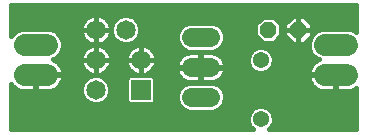
<source format=gbl>
G75*
G70*
%OFA0B0*%
%FSLAX24Y24*%
%IPPOS*%
%LPD*%
%AMOC8*
5,1,8,0,0,1.08239X$1,22.5*
%
%ADD10C,0.0740*%
%ADD11R,0.0650X0.0650*%
%ADD12C,0.0650*%
%ADD13C,0.0540*%
%ADD14OC8,0.0560*%
%ADD15C,0.0640*%
%ADD16C,0.0160*%
D10*
X000811Y002181D02*
X001551Y002181D01*
X001551Y003181D02*
X000811Y003181D01*
X010811Y003181D02*
X011551Y003181D01*
X011551Y002181D02*
X010811Y002181D01*
D11*
X004681Y001681D03*
D12*
X003181Y001681D03*
X003181Y002681D03*
X004681Y002681D03*
X004181Y003681D03*
X003181Y003681D03*
D13*
X008681Y002666D03*
X008681Y000697D03*
D14*
X008931Y003681D03*
X009931Y003681D03*
D15*
X007001Y003431D02*
X006361Y003431D01*
X006361Y002431D02*
X007001Y002431D01*
X007001Y001431D02*
X006361Y001431D01*
D16*
X000361Y001865D02*
X000361Y000361D01*
X008409Y000361D01*
X008317Y000454D01*
X008251Y000612D01*
X008251Y000783D01*
X008317Y000941D01*
X008438Y001062D01*
X008596Y001127D01*
X008767Y001127D01*
X008925Y001062D01*
X009046Y000941D01*
X009111Y000783D01*
X009111Y000612D01*
X009046Y000454D01*
X008954Y000361D01*
X011871Y000361D01*
X011871Y001734D01*
X011840Y001711D01*
X011763Y001672D01*
X011680Y001645D01*
X011595Y001631D01*
X011201Y001631D01*
X011201Y002161D01*
X011161Y002161D01*
X011161Y001631D01*
X010768Y001631D01*
X010683Y001645D01*
X010600Y001672D01*
X010523Y001711D01*
X010453Y001762D01*
X010392Y001823D01*
X010341Y001893D01*
X010302Y001970D01*
X010275Y002053D01*
X010261Y002138D01*
X010261Y002161D01*
X011161Y002161D01*
X011161Y002201D01*
X010261Y002201D01*
X010261Y002225D01*
X010275Y002310D01*
X010302Y002393D01*
X010341Y002470D01*
X010392Y002540D01*
X010453Y002601D01*
X010523Y002652D01*
X010600Y002691D01*
X010606Y002693D01*
X010511Y002732D01*
X010362Y002881D01*
X010281Y003076D01*
X010281Y003287D01*
X010348Y003447D01*
X010122Y003221D01*
X009932Y003221D01*
X009932Y003681D01*
X009932Y003682D01*
X010391Y003682D01*
X010391Y003872D01*
X010122Y004141D01*
X009932Y004141D01*
X009932Y003682D01*
X009931Y003682D01*
X009931Y004141D01*
X009741Y004141D01*
X009471Y003872D01*
X009471Y003682D01*
X009931Y003682D01*
X009931Y003681D01*
X009932Y003681D01*
X010391Y003681D01*
X010391Y003511D01*
X010511Y003631D01*
X010706Y003711D01*
X011657Y003711D01*
X011852Y003631D01*
X011871Y003611D01*
X011871Y004497D01*
X000361Y004497D01*
X000361Y003480D01*
X000362Y003482D01*
X000511Y003631D01*
X000706Y003711D01*
X001657Y003711D01*
X001852Y003631D01*
X002001Y003482D01*
X002081Y003287D01*
X002081Y003076D01*
X002001Y002881D01*
X001852Y002732D01*
X001757Y002693D01*
X001763Y002691D01*
X001840Y002652D01*
X001910Y002601D01*
X001971Y002540D01*
X002022Y002470D01*
X002061Y002393D01*
X002088Y002310D01*
X002101Y002225D01*
X002101Y002201D01*
X001202Y002201D01*
X001202Y002161D01*
X002101Y002161D01*
X002101Y002138D01*
X002088Y002053D01*
X002061Y001970D01*
X002022Y001893D01*
X001971Y001823D01*
X001910Y001762D01*
X001840Y001711D01*
X001763Y001672D01*
X001680Y001645D01*
X001595Y001631D01*
X001201Y001631D01*
X001201Y002161D01*
X001161Y002161D01*
X001161Y001631D01*
X000768Y001631D01*
X000683Y001645D01*
X000600Y001672D01*
X000523Y001711D01*
X000453Y001762D01*
X000392Y001823D01*
X000361Y001865D01*
X000361Y001767D02*
X000448Y001767D01*
X000361Y001608D02*
X002696Y001608D01*
X002696Y001585D02*
X002770Y001407D01*
X002907Y001270D01*
X003085Y001196D01*
X003278Y001196D01*
X003456Y001270D01*
X003593Y001407D01*
X003666Y001585D01*
X003666Y001778D01*
X003593Y001956D01*
X003456Y002093D01*
X003278Y002166D01*
X003085Y002166D01*
X002907Y002093D01*
X002770Y001956D01*
X002696Y001778D01*
X002696Y001585D01*
X002752Y001450D02*
X000361Y001450D01*
X000361Y001291D02*
X002886Y001291D01*
X003477Y001291D02*
X004196Y001291D01*
X004196Y001290D02*
X004290Y001196D01*
X005073Y001196D01*
X005166Y001290D01*
X005166Y002073D01*
X005073Y002166D01*
X004290Y002166D01*
X004196Y002073D01*
X004196Y001290D01*
X004196Y001450D02*
X003610Y001450D01*
X003666Y001608D02*
X004196Y001608D01*
X004196Y001767D02*
X003666Y001767D01*
X003605Y001925D02*
X004196Y001925D01*
X004208Y002084D02*
X003465Y002084D01*
X003375Y002213D02*
X003300Y002189D01*
X003221Y002176D01*
X003182Y002176D01*
X003182Y002681D01*
X003182Y002682D01*
X003686Y002682D01*
X003686Y002721D01*
X003674Y002800D01*
X003649Y002875D01*
X003613Y002946D01*
X003567Y003010D01*
X003510Y003067D01*
X003446Y003113D01*
X003375Y003149D01*
X003300Y003174D01*
X003252Y003181D01*
X003300Y003189D01*
X003375Y003213D01*
X003446Y003249D01*
X003510Y003296D01*
X003567Y003352D01*
X003613Y003417D01*
X003649Y003488D01*
X003674Y003563D01*
X003686Y003642D01*
X003686Y003681D01*
X003182Y003681D01*
X003182Y003682D01*
X003686Y003682D01*
X003686Y003721D01*
X003674Y003800D01*
X003649Y003875D01*
X003613Y003946D01*
X003567Y004010D01*
X003510Y004067D01*
X003446Y004113D01*
X003375Y004149D01*
X003300Y004174D01*
X003221Y004186D01*
X003182Y004186D01*
X003182Y003682D01*
X003181Y003682D01*
X003181Y004186D01*
X003142Y004186D01*
X003063Y004174D01*
X002988Y004149D01*
X002917Y004113D01*
X002852Y004067D01*
X002796Y004010D01*
X002749Y003946D01*
X002713Y003875D01*
X002689Y003800D01*
X002676Y003721D01*
X002676Y003682D01*
X003181Y003682D01*
X003181Y003681D01*
X002676Y003681D01*
X002676Y003642D01*
X002689Y003563D01*
X002713Y003488D01*
X002749Y003417D01*
X002796Y003352D01*
X002054Y003352D01*
X002081Y003194D02*
X003048Y003194D01*
X003063Y003189D02*
X003110Y003181D01*
X003063Y003174D01*
X002988Y003149D01*
X002917Y003113D01*
X002852Y003067D01*
X002796Y003010D01*
X002749Y002946D01*
X002713Y002875D01*
X002689Y002800D01*
X002676Y002721D01*
X002676Y002682D01*
X003181Y002682D01*
X003181Y003186D01*
X003181Y003681D01*
X003182Y003681D01*
X003182Y003186D01*
X003182Y002682D01*
X003181Y002682D01*
X003181Y002681D01*
X003182Y002681D01*
X003686Y002681D01*
X003686Y002642D01*
X003674Y002563D01*
X003649Y002488D01*
X003613Y002417D01*
X003567Y002352D01*
X003510Y002296D01*
X003446Y002249D01*
X003375Y002213D01*
X003432Y002242D02*
X004430Y002242D01*
X004417Y002249D02*
X004488Y002213D01*
X004563Y002189D01*
X004642Y002176D01*
X004681Y002176D01*
X004681Y002681D01*
X004176Y002681D01*
X004176Y002642D01*
X004189Y002563D01*
X004213Y002488D01*
X004249Y002417D01*
X004296Y002352D01*
X004352Y002296D01*
X004417Y002249D01*
X004681Y002242D02*
X004682Y002242D01*
X004682Y002176D02*
X004721Y002176D01*
X004800Y002189D01*
X004875Y002213D01*
X004946Y002249D01*
X005010Y002296D01*
X005067Y002352D01*
X005113Y002417D01*
X005149Y002488D01*
X005174Y002563D01*
X005186Y002642D01*
X005186Y002681D01*
X004682Y002681D01*
X004682Y002682D01*
X004681Y002682D01*
X004681Y003186D01*
X004642Y003186D01*
X004563Y003174D01*
X004488Y003149D01*
X004417Y003113D01*
X004352Y003067D01*
X004296Y003010D01*
X004249Y002946D01*
X004213Y002875D01*
X004189Y002800D01*
X004176Y002721D01*
X004176Y002682D01*
X004681Y002682D01*
X004681Y002681D01*
X004682Y002681D01*
X004682Y002176D01*
X004932Y002242D02*
X005897Y002242D01*
X005898Y002239D02*
X005934Y002169D01*
X005980Y002106D01*
X006036Y002050D01*
X006099Y002004D01*
X006169Y001968D01*
X006244Y001944D01*
X006322Y001931D01*
X006661Y001931D01*
X006661Y002411D01*
X006701Y002411D01*
X006701Y001931D01*
X007041Y001931D01*
X007119Y001944D01*
X007193Y001968D01*
X007263Y002004D01*
X007327Y002050D01*
X007383Y002106D01*
X007429Y002169D01*
X007465Y002239D01*
X007489Y002314D01*
X007501Y002392D01*
X007501Y002411D01*
X006702Y002411D01*
X006702Y002451D01*
X007501Y002451D01*
X007501Y002471D01*
X007489Y002549D01*
X007465Y002623D01*
X007429Y002693D01*
X007383Y002757D01*
X007327Y002813D01*
X007263Y002859D01*
X007193Y002895D01*
X007119Y002919D01*
X007041Y002931D01*
X006701Y002931D01*
X006701Y002452D01*
X006661Y002452D01*
X006661Y002931D01*
X006322Y002931D01*
X006244Y002919D01*
X006169Y002895D01*
X006099Y002859D01*
X006036Y002813D01*
X005980Y002757D01*
X005934Y002693D01*
X005898Y002623D01*
X005874Y002549D01*
X005861Y002471D01*
X005861Y002451D01*
X006661Y002451D01*
X006661Y002411D01*
X005861Y002411D01*
X005861Y002392D01*
X005874Y002314D01*
X005898Y002239D01*
X005861Y002401D02*
X005102Y002401D01*
X005173Y002560D02*
X005877Y002560D01*
X005952Y002718D02*
X005186Y002718D01*
X005186Y002721D02*
X005174Y002800D01*
X005149Y002875D01*
X005113Y002946D01*
X005067Y003010D01*
X005010Y003067D01*
X004946Y003113D01*
X004875Y003149D01*
X004800Y003174D01*
X004721Y003186D01*
X004682Y003186D01*
X004682Y002682D01*
X005186Y002682D01*
X005186Y002721D01*
X005149Y002877D02*
X006134Y002877D01*
X006266Y002951D02*
X007097Y002951D01*
X007273Y003024D01*
X007408Y003159D01*
X007481Y003336D01*
X007481Y003527D01*
X007408Y003703D01*
X007273Y003838D01*
X007097Y003911D01*
X006266Y003911D01*
X006089Y003838D01*
X005954Y003703D01*
X005881Y003527D01*
X005881Y003336D01*
X005954Y003159D01*
X006089Y003024D01*
X006266Y002951D01*
X006079Y003035D02*
X005042Y003035D01*
X004682Y003035D02*
X004681Y003035D01*
X004681Y002877D02*
X004682Y002877D01*
X004321Y003035D02*
X003542Y003035D01*
X003649Y002877D02*
X004214Y002877D01*
X004176Y002718D02*
X003686Y002718D01*
X003673Y002560D02*
X004190Y002560D01*
X004261Y002401D02*
X003602Y002401D01*
X003182Y002401D02*
X003181Y002401D01*
X002917Y002249D02*
X002852Y002296D01*
X002796Y002352D01*
X002749Y002417D01*
X002713Y002488D01*
X002689Y002563D01*
X002676Y002642D01*
X002676Y002681D01*
X003181Y002681D01*
X003181Y002176D01*
X003142Y002176D01*
X003063Y002189D01*
X002988Y002213D01*
X002917Y002249D01*
X002930Y002242D02*
X002099Y002242D01*
X002057Y002401D02*
X002761Y002401D01*
X002690Y002560D02*
X001951Y002560D01*
X001818Y002718D02*
X002676Y002718D01*
X002714Y002877D02*
X001996Y002877D01*
X002064Y003035D02*
X002821Y003035D01*
X002988Y003213D02*
X003063Y003189D01*
X002988Y003213D02*
X002917Y003249D01*
X002852Y003296D01*
X002796Y003352D01*
X003181Y003352D02*
X003182Y003352D01*
X003181Y003194D02*
X003182Y003194D01*
X003315Y003194D02*
X005940Y003194D01*
X005881Y003352D02*
X004538Y003352D01*
X004593Y003407D02*
X004456Y003270D01*
X004278Y003196D01*
X004085Y003196D01*
X003907Y003270D01*
X003770Y003407D01*
X003696Y003585D01*
X003696Y003778D01*
X003770Y003956D01*
X003907Y004093D01*
X004085Y004166D01*
X004278Y004166D01*
X004456Y004093D01*
X004593Y003956D01*
X004666Y003778D01*
X004666Y003585D01*
X004593Y003407D01*
X004636Y003511D02*
X005881Y003511D01*
X005940Y003669D02*
X004666Y003669D01*
X004646Y003828D02*
X006079Y003828D01*
X007284Y003828D02*
X008491Y003828D01*
X008491Y003864D02*
X008491Y003499D01*
X008749Y003241D01*
X009114Y003241D01*
X009371Y003499D01*
X009371Y003864D01*
X009114Y004121D01*
X008749Y004121D01*
X008491Y003864D01*
X008614Y003986D02*
X004562Y003986D01*
X004330Y004145D02*
X011871Y004145D01*
X011871Y004304D02*
X000361Y004304D01*
X000361Y004462D02*
X011871Y004462D01*
X011871Y003986D02*
X010277Y003986D01*
X010391Y003828D02*
X011871Y003828D01*
X011871Y003669D02*
X011758Y003669D01*
X010605Y003669D02*
X010391Y003669D01*
X009932Y003669D02*
X009931Y003669D01*
X009931Y003681D02*
X009931Y003221D01*
X009741Y003221D01*
X009471Y003491D01*
X009471Y003681D01*
X009931Y003681D01*
X009931Y003828D02*
X009932Y003828D01*
X009931Y003986D02*
X009932Y003986D01*
X009586Y003986D02*
X009249Y003986D01*
X009371Y003828D02*
X009471Y003828D01*
X009471Y003669D02*
X009371Y003669D01*
X009371Y003511D02*
X009471Y003511D01*
X009610Y003352D02*
X009224Y003352D01*
X008925Y003030D02*
X008767Y003096D01*
X008596Y003096D01*
X008438Y003030D01*
X008317Y002909D01*
X008251Y002751D01*
X008251Y002580D01*
X008317Y002422D01*
X008438Y002301D01*
X008596Y002236D01*
X008767Y002236D01*
X008925Y002301D01*
X009046Y002422D01*
X009111Y002580D01*
X009111Y002751D01*
X009046Y002909D01*
X008925Y003030D01*
X008913Y003035D02*
X010298Y003035D01*
X010281Y003194D02*
X007422Y003194D01*
X007481Y003352D02*
X008638Y003352D01*
X008491Y003511D02*
X007481Y003511D01*
X007422Y003669D02*
X008491Y003669D01*
X009931Y003511D02*
X009932Y003511D01*
X009931Y003352D02*
X009932Y003352D01*
X010253Y003352D02*
X010309Y003352D01*
X010367Y002877D02*
X009059Y002877D01*
X009111Y002718D02*
X010545Y002718D01*
X010412Y002560D02*
X009103Y002560D01*
X009025Y002401D02*
X010306Y002401D01*
X010264Y002242D02*
X008783Y002242D01*
X008579Y002242D02*
X007466Y002242D01*
X007501Y002401D02*
X008338Y002401D01*
X008260Y002560D02*
X007485Y002560D01*
X007411Y002718D02*
X008251Y002718D01*
X008303Y002877D02*
X007229Y002877D01*
X007284Y003035D02*
X008450Y003035D01*
X006701Y002877D02*
X006661Y002877D01*
X006661Y002718D02*
X006701Y002718D01*
X006701Y002560D02*
X006661Y002560D01*
X006661Y002401D02*
X006701Y002401D01*
X006701Y002242D02*
X006661Y002242D01*
X006661Y002084D02*
X006701Y002084D01*
X007097Y001911D02*
X007273Y001838D01*
X007408Y001703D01*
X007481Y001527D01*
X007481Y001336D01*
X007408Y001159D01*
X007273Y001024D01*
X007097Y000951D01*
X006266Y000951D01*
X006089Y001024D01*
X005954Y001159D01*
X005881Y001336D01*
X005881Y001527D01*
X005954Y001703D01*
X006089Y001838D01*
X006266Y001911D01*
X007097Y001911D01*
X007345Y001767D02*
X010448Y001767D01*
X010325Y001925D02*
X005166Y001925D01*
X005166Y001767D02*
X006018Y001767D01*
X005915Y001608D02*
X005166Y001608D01*
X005166Y001450D02*
X005881Y001450D01*
X005900Y001291D02*
X005166Y001291D01*
X005981Y001133D02*
X000361Y001133D01*
X000361Y000974D02*
X006211Y000974D01*
X007152Y000974D02*
X008350Y000974D01*
X008265Y000816D02*
X000361Y000816D01*
X000361Y000657D02*
X008251Y000657D01*
X008298Y000499D02*
X000361Y000499D01*
X001161Y001767D02*
X001201Y001767D01*
X001201Y001925D02*
X001161Y001925D01*
X001161Y002084D02*
X001201Y002084D01*
X001915Y001767D02*
X002696Y001767D01*
X002758Y001925D02*
X002038Y001925D01*
X002093Y002084D02*
X002898Y002084D01*
X003181Y002242D02*
X003182Y002242D01*
X003181Y002560D02*
X003182Y002560D01*
X003181Y002718D02*
X003182Y002718D01*
X003181Y002877D02*
X003182Y002877D01*
X003181Y003035D02*
X003182Y003035D01*
X003566Y003352D02*
X003825Y003352D01*
X003727Y003511D02*
X003657Y003511D01*
X003686Y003669D02*
X003696Y003669D01*
X003717Y003828D02*
X003665Y003828D01*
X003584Y003986D02*
X003801Y003986D01*
X004033Y004145D02*
X003384Y004145D01*
X003182Y004145D02*
X003181Y004145D01*
X002979Y004145D02*
X000361Y004145D01*
X000361Y003986D02*
X002779Y003986D01*
X002698Y003828D02*
X000361Y003828D01*
X000361Y003669D02*
X000605Y003669D01*
X000391Y003511D02*
X000361Y003511D01*
X001758Y003669D02*
X002676Y003669D01*
X002706Y003511D02*
X001971Y003511D01*
X003181Y003511D02*
X003182Y003511D01*
X003181Y003669D02*
X003182Y003669D01*
X003181Y003828D02*
X003182Y003828D01*
X003181Y003986D02*
X003182Y003986D01*
X004681Y002718D02*
X004682Y002718D01*
X004681Y002560D02*
X004682Y002560D01*
X004681Y002401D02*
X004682Y002401D01*
X005155Y002084D02*
X006002Y002084D01*
X007361Y002084D02*
X010270Y002084D01*
X011161Y002084D02*
X011201Y002084D01*
X011201Y001925D02*
X011161Y001925D01*
X011161Y001767D02*
X011201Y001767D01*
X011871Y001608D02*
X007448Y001608D01*
X007481Y001450D02*
X011871Y001450D01*
X011871Y001291D02*
X007463Y001291D01*
X007381Y001133D02*
X011871Y001133D01*
X011871Y000974D02*
X009012Y000974D01*
X009098Y000816D02*
X011871Y000816D01*
X011871Y000657D02*
X009111Y000657D01*
X009064Y000499D02*
X011871Y000499D01*
M02*

</source>
